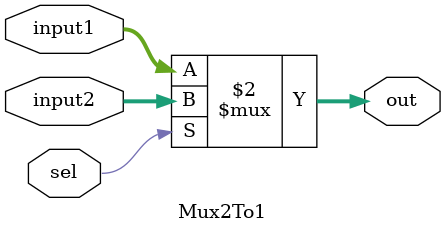
<source format=v>
`timescale 1ns / 1ps

module Mux2To1 (input1, input2, sel, out);

parameter dataWidth = 32;

input [dataWidth-1:0] input1, input2;
input sel;
output [dataWidth-1:0] out;

assign out = (sel == 1'b0) ? input1 : input2;

endmodule

</source>
